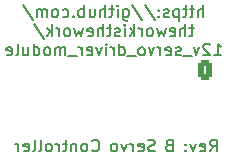
<source format=gbo>
G04 #@! TF.GenerationSoftware,KiCad,Pcbnew,(7.0.0)*
G04 #@! TF.CreationDate,2023-03-10T21:16:59+00:00*
G04 #@! TF.ProjectId,12v_servo_driver,3132765f-7365-4727-966f-5f6472697665,A*
G04 #@! TF.SameCoordinates,Original*
G04 #@! TF.FileFunction,Legend,Bot*
G04 #@! TF.FilePolarity,Positive*
%FSLAX46Y46*%
G04 Gerber Fmt 4.6, Leading zero omitted, Abs format (unit mm)*
G04 Created by KiCad (PCBNEW (7.0.0)) date 2023-03-10 21:16:59*
%MOMM*%
%LPD*%
G01*
G04 APERTURE LIST*
G04 Aperture macros list*
%AMRoundRect*
0 Rectangle with rounded corners*
0 $1 Rounding radius*
0 $2 $3 $4 $5 $6 $7 $8 $9 X,Y pos of 4 corners*
0 Add a 4 corners polygon primitive as box body*
4,1,4,$2,$3,$4,$5,$6,$7,$8,$9,$2,$3,0*
0 Add four circle primitives for the rounded corners*
1,1,$1+$1,$2,$3*
1,1,$1+$1,$4,$5*
1,1,$1+$1,$6,$7*
1,1,$1+$1,$8,$9*
0 Add four rect primitives between the rounded corners*
20,1,$1+$1,$2,$3,$4,$5,0*
20,1,$1+$1,$4,$5,$6,$7,0*
20,1,$1+$1,$6,$7,$8,$9,0*
20,1,$1+$1,$8,$9,$2,$3,0*%
G04 Aperture macros list end*
%ADD10C,0.150000*%
%ADD11R,1.700000X1.700000*%
%ADD12O,1.700000X1.700000*%
%ADD13RoundRect,0.250000X0.350000X0.625000X-0.350000X0.625000X-0.350000X-0.625000X0.350000X-0.625000X0*%
%ADD14O,1.200000X1.750000*%
%ADD15C,3.200000*%
G04 APERTURE END LIST*
D10*
X160400001Y-116867380D02*
X160733334Y-116391190D01*
X160971429Y-116867380D02*
X160971429Y-115867380D01*
X160971429Y-115867380D02*
X160590477Y-115867380D01*
X160590477Y-115867380D02*
X160495239Y-115915000D01*
X160495239Y-115915000D02*
X160447620Y-115962619D01*
X160447620Y-115962619D02*
X160400001Y-116057857D01*
X160400001Y-116057857D02*
X160400001Y-116200714D01*
X160400001Y-116200714D02*
X160447620Y-116295952D01*
X160447620Y-116295952D02*
X160495239Y-116343571D01*
X160495239Y-116343571D02*
X160590477Y-116391190D01*
X160590477Y-116391190D02*
X160971429Y-116391190D01*
X159590477Y-116819761D02*
X159685715Y-116867380D01*
X159685715Y-116867380D02*
X159876191Y-116867380D01*
X159876191Y-116867380D02*
X159971429Y-116819761D01*
X159971429Y-116819761D02*
X160019048Y-116724523D01*
X160019048Y-116724523D02*
X160019048Y-116343571D01*
X160019048Y-116343571D02*
X159971429Y-116248333D01*
X159971429Y-116248333D02*
X159876191Y-116200714D01*
X159876191Y-116200714D02*
X159685715Y-116200714D01*
X159685715Y-116200714D02*
X159590477Y-116248333D01*
X159590477Y-116248333D02*
X159542858Y-116343571D01*
X159542858Y-116343571D02*
X159542858Y-116438809D01*
X159542858Y-116438809D02*
X160019048Y-116534047D01*
X159209524Y-116200714D02*
X158971429Y-116867380D01*
X158971429Y-116867380D02*
X158733334Y-116200714D01*
X158352381Y-116772142D02*
X158304762Y-116819761D01*
X158304762Y-116819761D02*
X158352381Y-116867380D01*
X158352381Y-116867380D02*
X158400000Y-116819761D01*
X158400000Y-116819761D02*
X158352381Y-116772142D01*
X158352381Y-116772142D02*
X158352381Y-116867380D01*
X158352381Y-116248333D02*
X158304762Y-116295952D01*
X158304762Y-116295952D02*
X158352381Y-116343571D01*
X158352381Y-116343571D02*
X158400000Y-116295952D01*
X158400000Y-116295952D02*
X158352381Y-116248333D01*
X158352381Y-116248333D02*
X158352381Y-116343571D01*
X156942858Y-116343571D02*
X156800001Y-116391190D01*
X156800001Y-116391190D02*
X156752382Y-116438809D01*
X156752382Y-116438809D02*
X156704763Y-116534047D01*
X156704763Y-116534047D02*
X156704763Y-116676904D01*
X156704763Y-116676904D02*
X156752382Y-116772142D01*
X156752382Y-116772142D02*
X156800001Y-116819761D01*
X156800001Y-116819761D02*
X156895239Y-116867380D01*
X156895239Y-116867380D02*
X157276191Y-116867380D01*
X157276191Y-116867380D02*
X157276191Y-115867380D01*
X157276191Y-115867380D02*
X156942858Y-115867380D01*
X156942858Y-115867380D02*
X156847620Y-115915000D01*
X156847620Y-115915000D02*
X156800001Y-115962619D01*
X156800001Y-115962619D02*
X156752382Y-116057857D01*
X156752382Y-116057857D02*
X156752382Y-116153095D01*
X156752382Y-116153095D02*
X156800001Y-116248333D01*
X156800001Y-116248333D02*
X156847620Y-116295952D01*
X156847620Y-116295952D02*
X156942858Y-116343571D01*
X156942858Y-116343571D02*
X157276191Y-116343571D01*
X155723810Y-116819761D02*
X155580953Y-116867380D01*
X155580953Y-116867380D02*
X155342858Y-116867380D01*
X155342858Y-116867380D02*
X155247620Y-116819761D01*
X155247620Y-116819761D02*
X155200001Y-116772142D01*
X155200001Y-116772142D02*
X155152382Y-116676904D01*
X155152382Y-116676904D02*
X155152382Y-116581666D01*
X155152382Y-116581666D02*
X155200001Y-116486428D01*
X155200001Y-116486428D02*
X155247620Y-116438809D01*
X155247620Y-116438809D02*
X155342858Y-116391190D01*
X155342858Y-116391190D02*
X155533334Y-116343571D01*
X155533334Y-116343571D02*
X155628572Y-116295952D01*
X155628572Y-116295952D02*
X155676191Y-116248333D01*
X155676191Y-116248333D02*
X155723810Y-116153095D01*
X155723810Y-116153095D02*
X155723810Y-116057857D01*
X155723810Y-116057857D02*
X155676191Y-115962619D01*
X155676191Y-115962619D02*
X155628572Y-115915000D01*
X155628572Y-115915000D02*
X155533334Y-115867380D01*
X155533334Y-115867380D02*
X155295239Y-115867380D01*
X155295239Y-115867380D02*
X155152382Y-115915000D01*
X154342858Y-116819761D02*
X154438096Y-116867380D01*
X154438096Y-116867380D02*
X154628572Y-116867380D01*
X154628572Y-116867380D02*
X154723810Y-116819761D01*
X154723810Y-116819761D02*
X154771429Y-116724523D01*
X154771429Y-116724523D02*
X154771429Y-116343571D01*
X154771429Y-116343571D02*
X154723810Y-116248333D01*
X154723810Y-116248333D02*
X154628572Y-116200714D01*
X154628572Y-116200714D02*
X154438096Y-116200714D01*
X154438096Y-116200714D02*
X154342858Y-116248333D01*
X154342858Y-116248333D02*
X154295239Y-116343571D01*
X154295239Y-116343571D02*
X154295239Y-116438809D01*
X154295239Y-116438809D02*
X154771429Y-116534047D01*
X153866667Y-116867380D02*
X153866667Y-116200714D01*
X153866667Y-116391190D02*
X153819048Y-116295952D01*
X153819048Y-116295952D02*
X153771429Y-116248333D01*
X153771429Y-116248333D02*
X153676191Y-116200714D01*
X153676191Y-116200714D02*
X153580953Y-116200714D01*
X153342857Y-116200714D02*
X153104762Y-116867380D01*
X153104762Y-116867380D02*
X152866667Y-116200714D01*
X152342857Y-116867380D02*
X152438095Y-116819761D01*
X152438095Y-116819761D02*
X152485714Y-116772142D01*
X152485714Y-116772142D02*
X152533333Y-116676904D01*
X152533333Y-116676904D02*
X152533333Y-116391190D01*
X152533333Y-116391190D02*
X152485714Y-116295952D01*
X152485714Y-116295952D02*
X152438095Y-116248333D01*
X152438095Y-116248333D02*
X152342857Y-116200714D01*
X152342857Y-116200714D02*
X152200000Y-116200714D01*
X152200000Y-116200714D02*
X152104762Y-116248333D01*
X152104762Y-116248333D02*
X152057143Y-116295952D01*
X152057143Y-116295952D02*
X152009524Y-116391190D01*
X152009524Y-116391190D02*
X152009524Y-116676904D01*
X152009524Y-116676904D02*
X152057143Y-116772142D01*
X152057143Y-116772142D02*
X152104762Y-116819761D01*
X152104762Y-116819761D02*
X152200000Y-116867380D01*
X152200000Y-116867380D02*
X152342857Y-116867380D01*
X150409524Y-116772142D02*
X150457143Y-116819761D01*
X150457143Y-116819761D02*
X150600000Y-116867380D01*
X150600000Y-116867380D02*
X150695238Y-116867380D01*
X150695238Y-116867380D02*
X150838095Y-116819761D01*
X150838095Y-116819761D02*
X150933333Y-116724523D01*
X150933333Y-116724523D02*
X150980952Y-116629285D01*
X150980952Y-116629285D02*
X151028571Y-116438809D01*
X151028571Y-116438809D02*
X151028571Y-116295952D01*
X151028571Y-116295952D02*
X150980952Y-116105476D01*
X150980952Y-116105476D02*
X150933333Y-116010238D01*
X150933333Y-116010238D02*
X150838095Y-115915000D01*
X150838095Y-115915000D02*
X150695238Y-115867380D01*
X150695238Y-115867380D02*
X150600000Y-115867380D01*
X150600000Y-115867380D02*
X150457143Y-115915000D01*
X150457143Y-115915000D02*
X150409524Y-115962619D01*
X149838095Y-116867380D02*
X149933333Y-116819761D01*
X149933333Y-116819761D02*
X149980952Y-116772142D01*
X149980952Y-116772142D02*
X150028571Y-116676904D01*
X150028571Y-116676904D02*
X150028571Y-116391190D01*
X150028571Y-116391190D02*
X149980952Y-116295952D01*
X149980952Y-116295952D02*
X149933333Y-116248333D01*
X149933333Y-116248333D02*
X149838095Y-116200714D01*
X149838095Y-116200714D02*
X149695238Y-116200714D01*
X149695238Y-116200714D02*
X149600000Y-116248333D01*
X149600000Y-116248333D02*
X149552381Y-116295952D01*
X149552381Y-116295952D02*
X149504762Y-116391190D01*
X149504762Y-116391190D02*
X149504762Y-116676904D01*
X149504762Y-116676904D02*
X149552381Y-116772142D01*
X149552381Y-116772142D02*
X149600000Y-116819761D01*
X149600000Y-116819761D02*
X149695238Y-116867380D01*
X149695238Y-116867380D02*
X149838095Y-116867380D01*
X149076190Y-116200714D02*
X149076190Y-116867380D01*
X149076190Y-116295952D02*
X149028571Y-116248333D01*
X149028571Y-116248333D02*
X148933333Y-116200714D01*
X148933333Y-116200714D02*
X148790476Y-116200714D01*
X148790476Y-116200714D02*
X148695238Y-116248333D01*
X148695238Y-116248333D02*
X148647619Y-116343571D01*
X148647619Y-116343571D02*
X148647619Y-116867380D01*
X148314285Y-116200714D02*
X147933333Y-116200714D01*
X148171428Y-115867380D02*
X148171428Y-116724523D01*
X148171428Y-116724523D02*
X148123809Y-116819761D01*
X148123809Y-116819761D02*
X148028571Y-116867380D01*
X148028571Y-116867380D02*
X147933333Y-116867380D01*
X147599999Y-116867380D02*
X147599999Y-116200714D01*
X147599999Y-116391190D02*
X147552380Y-116295952D01*
X147552380Y-116295952D02*
X147504761Y-116248333D01*
X147504761Y-116248333D02*
X147409523Y-116200714D01*
X147409523Y-116200714D02*
X147314285Y-116200714D01*
X146838094Y-116867380D02*
X146933332Y-116819761D01*
X146933332Y-116819761D02*
X146980951Y-116772142D01*
X146980951Y-116772142D02*
X147028570Y-116676904D01*
X147028570Y-116676904D02*
X147028570Y-116391190D01*
X147028570Y-116391190D02*
X146980951Y-116295952D01*
X146980951Y-116295952D02*
X146933332Y-116248333D01*
X146933332Y-116248333D02*
X146838094Y-116200714D01*
X146838094Y-116200714D02*
X146695237Y-116200714D01*
X146695237Y-116200714D02*
X146599999Y-116248333D01*
X146599999Y-116248333D02*
X146552380Y-116295952D01*
X146552380Y-116295952D02*
X146504761Y-116391190D01*
X146504761Y-116391190D02*
X146504761Y-116676904D01*
X146504761Y-116676904D02*
X146552380Y-116772142D01*
X146552380Y-116772142D02*
X146599999Y-116819761D01*
X146599999Y-116819761D02*
X146695237Y-116867380D01*
X146695237Y-116867380D02*
X146838094Y-116867380D01*
X145933332Y-116867380D02*
X146028570Y-116819761D01*
X146028570Y-116819761D02*
X146076189Y-116724523D01*
X146076189Y-116724523D02*
X146076189Y-115867380D01*
X145409522Y-116867380D02*
X145504760Y-116819761D01*
X145504760Y-116819761D02*
X145552379Y-116724523D01*
X145552379Y-116724523D02*
X145552379Y-115867380D01*
X144647617Y-116819761D02*
X144742855Y-116867380D01*
X144742855Y-116867380D02*
X144933331Y-116867380D01*
X144933331Y-116867380D02*
X145028569Y-116819761D01*
X145028569Y-116819761D02*
X145076188Y-116724523D01*
X145076188Y-116724523D02*
X145076188Y-116343571D01*
X145076188Y-116343571D02*
X145028569Y-116248333D01*
X145028569Y-116248333D02*
X144933331Y-116200714D01*
X144933331Y-116200714D02*
X144742855Y-116200714D01*
X144742855Y-116200714D02*
X144647617Y-116248333D01*
X144647617Y-116248333D02*
X144599998Y-116343571D01*
X144599998Y-116343571D02*
X144599998Y-116438809D01*
X144599998Y-116438809D02*
X145076188Y-116534047D01*
X144171426Y-116867380D02*
X144171426Y-116200714D01*
X144171426Y-116391190D02*
X144123807Y-116295952D01*
X144123807Y-116295952D02*
X144076188Y-116248333D01*
X144076188Y-116248333D02*
X143980950Y-116200714D01*
X143980950Y-116200714D02*
X143885712Y-116200714D01*
X159821428Y-105497380D02*
X159821428Y-104497380D01*
X159392857Y-105497380D02*
X159392857Y-104973571D01*
X159392857Y-104973571D02*
X159440476Y-104878333D01*
X159440476Y-104878333D02*
X159535714Y-104830714D01*
X159535714Y-104830714D02*
X159678571Y-104830714D01*
X159678571Y-104830714D02*
X159773809Y-104878333D01*
X159773809Y-104878333D02*
X159821428Y-104925952D01*
X159059523Y-104830714D02*
X158678571Y-104830714D01*
X158916666Y-104497380D02*
X158916666Y-105354523D01*
X158916666Y-105354523D02*
X158869047Y-105449761D01*
X158869047Y-105449761D02*
X158773809Y-105497380D01*
X158773809Y-105497380D02*
X158678571Y-105497380D01*
X158488094Y-104830714D02*
X158107142Y-104830714D01*
X158345237Y-104497380D02*
X158345237Y-105354523D01*
X158345237Y-105354523D02*
X158297618Y-105449761D01*
X158297618Y-105449761D02*
X158202380Y-105497380D01*
X158202380Y-105497380D02*
X158107142Y-105497380D01*
X157773808Y-104830714D02*
X157773808Y-105830714D01*
X157773808Y-104878333D02*
X157678570Y-104830714D01*
X157678570Y-104830714D02*
X157488094Y-104830714D01*
X157488094Y-104830714D02*
X157392856Y-104878333D01*
X157392856Y-104878333D02*
X157345237Y-104925952D01*
X157345237Y-104925952D02*
X157297618Y-105021190D01*
X157297618Y-105021190D02*
X157297618Y-105306904D01*
X157297618Y-105306904D02*
X157345237Y-105402142D01*
X157345237Y-105402142D02*
X157392856Y-105449761D01*
X157392856Y-105449761D02*
X157488094Y-105497380D01*
X157488094Y-105497380D02*
X157678570Y-105497380D01*
X157678570Y-105497380D02*
X157773808Y-105449761D01*
X156916665Y-105449761D02*
X156821427Y-105497380D01*
X156821427Y-105497380D02*
X156630951Y-105497380D01*
X156630951Y-105497380D02*
X156535713Y-105449761D01*
X156535713Y-105449761D02*
X156488094Y-105354523D01*
X156488094Y-105354523D02*
X156488094Y-105306904D01*
X156488094Y-105306904D02*
X156535713Y-105211666D01*
X156535713Y-105211666D02*
X156630951Y-105164047D01*
X156630951Y-105164047D02*
X156773808Y-105164047D01*
X156773808Y-105164047D02*
X156869046Y-105116428D01*
X156869046Y-105116428D02*
X156916665Y-105021190D01*
X156916665Y-105021190D02*
X156916665Y-104973571D01*
X156916665Y-104973571D02*
X156869046Y-104878333D01*
X156869046Y-104878333D02*
X156773808Y-104830714D01*
X156773808Y-104830714D02*
X156630951Y-104830714D01*
X156630951Y-104830714D02*
X156535713Y-104878333D01*
X156059522Y-105402142D02*
X156011903Y-105449761D01*
X156011903Y-105449761D02*
X156059522Y-105497380D01*
X156059522Y-105497380D02*
X156107141Y-105449761D01*
X156107141Y-105449761D02*
X156059522Y-105402142D01*
X156059522Y-105402142D02*
X156059522Y-105497380D01*
X156059522Y-104878333D02*
X156011903Y-104925952D01*
X156011903Y-104925952D02*
X156059522Y-104973571D01*
X156059522Y-104973571D02*
X156107141Y-104925952D01*
X156107141Y-104925952D02*
X156059522Y-104878333D01*
X156059522Y-104878333D02*
X156059522Y-104973571D01*
X154869047Y-104449761D02*
X155726189Y-105735476D01*
X153821428Y-104449761D02*
X154678570Y-105735476D01*
X153059523Y-104830714D02*
X153059523Y-105640238D01*
X153059523Y-105640238D02*
X153107142Y-105735476D01*
X153107142Y-105735476D02*
X153154761Y-105783095D01*
X153154761Y-105783095D02*
X153249999Y-105830714D01*
X153249999Y-105830714D02*
X153392856Y-105830714D01*
X153392856Y-105830714D02*
X153488094Y-105783095D01*
X153059523Y-105449761D02*
X153154761Y-105497380D01*
X153154761Y-105497380D02*
X153345237Y-105497380D01*
X153345237Y-105497380D02*
X153440475Y-105449761D01*
X153440475Y-105449761D02*
X153488094Y-105402142D01*
X153488094Y-105402142D02*
X153535713Y-105306904D01*
X153535713Y-105306904D02*
X153535713Y-105021190D01*
X153535713Y-105021190D02*
X153488094Y-104925952D01*
X153488094Y-104925952D02*
X153440475Y-104878333D01*
X153440475Y-104878333D02*
X153345237Y-104830714D01*
X153345237Y-104830714D02*
X153154761Y-104830714D01*
X153154761Y-104830714D02*
X153059523Y-104878333D01*
X152583332Y-105497380D02*
X152583332Y-104830714D01*
X152583332Y-104497380D02*
X152630951Y-104545000D01*
X152630951Y-104545000D02*
X152583332Y-104592619D01*
X152583332Y-104592619D02*
X152535713Y-104545000D01*
X152535713Y-104545000D02*
X152583332Y-104497380D01*
X152583332Y-104497380D02*
X152583332Y-104592619D01*
X152249999Y-104830714D02*
X151869047Y-104830714D01*
X152107142Y-104497380D02*
X152107142Y-105354523D01*
X152107142Y-105354523D02*
X152059523Y-105449761D01*
X152059523Y-105449761D02*
X151964285Y-105497380D01*
X151964285Y-105497380D02*
X151869047Y-105497380D01*
X151535713Y-105497380D02*
X151535713Y-104497380D01*
X151107142Y-105497380D02*
X151107142Y-104973571D01*
X151107142Y-104973571D02*
X151154761Y-104878333D01*
X151154761Y-104878333D02*
X151249999Y-104830714D01*
X151249999Y-104830714D02*
X151392856Y-104830714D01*
X151392856Y-104830714D02*
X151488094Y-104878333D01*
X151488094Y-104878333D02*
X151535713Y-104925952D01*
X150202380Y-104830714D02*
X150202380Y-105497380D01*
X150630951Y-104830714D02*
X150630951Y-105354523D01*
X150630951Y-105354523D02*
X150583332Y-105449761D01*
X150583332Y-105449761D02*
X150488094Y-105497380D01*
X150488094Y-105497380D02*
X150345237Y-105497380D01*
X150345237Y-105497380D02*
X150249999Y-105449761D01*
X150249999Y-105449761D02*
X150202380Y-105402142D01*
X149726189Y-105497380D02*
X149726189Y-104497380D01*
X149726189Y-104878333D02*
X149630951Y-104830714D01*
X149630951Y-104830714D02*
X149440475Y-104830714D01*
X149440475Y-104830714D02*
X149345237Y-104878333D01*
X149345237Y-104878333D02*
X149297618Y-104925952D01*
X149297618Y-104925952D02*
X149249999Y-105021190D01*
X149249999Y-105021190D02*
X149249999Y-105306904D01*
X149249999Y-105306904D02*
X149297618Y-105402142D01*
X149297618Y-105402142D02*
X149345237Y-105449761D01*
X149345237Y-105449761D02*
X149440475Y-105497380D01*
X149440475Y-105497380D02*
X149630951Y-105497380D01*
X149630951Y-105497380D02*
X149726189Y-105449761D01*
X148821427Y-105402142D02*
X148773808Y-105449761D01*
X148773808Y-105449761D02*
X148821427Y-105497380D01*
X148821427Y-105497380D02*
X148869046Y-105449761D01*
X148869046Y-105449761D02*
X148821427Y-105402142D01*
X148821427Y-105402142D02*
X148821427Y-105497380D01*
X147916666Y-105449761D02*
X148011904Y-105497380D01*
X148011904Y-105497380D02*
X148202380Y-105497380D01*
X148202380Y-105497380D02*
X148297618Y-105449761D01*
X148297618Y-105449761D02*
X148345237Y-105402142D01*
X148345237Y-105402142D02*
X148392856Y-105306904D01*
X148392856Y-105306904D02*
X148392856Y-105021190D01*
X148392856Y-105021190D02*
X148345237Y-104925952D01*
X148345237Y-104925952D02*
X148297618Y-104878333D01*
X148297618Y-104878333D02*
X148202380Y-104830714D01*
X148202380Y-104830714D02*
X148011904Y-104830714D01*
X148011904Y-104830714D02*
X147916666Y-104878333D01*
X147345237Y-105497380D02*
X147440475Y-105449761D01*
X147440475Y-105449761D02*
X147488094Y-105402142D01*
X147488094Y-105402142D02*
X147535713Y-105306904D01*
X147535713Y-105306904D02*
X147535713Y-105021190D01*
X147535713Y-105021190D02*
X147488094Y-104925952D01*
X147488094Y-104925952D02*
X147440475Y-104878333D01*
X147440475Y-104878333D02*
X147345237Y-104830714D01*
X147345237Y-104830714D02*
X147202380Y-104830714D01*
X147202380Y-104830714D02*
X147107142Y-104878333D01*
X147107142Y-104878333D02*
X147059523Y-104925952D01*
X147059523Y-104925952D02*
X147011904Y-105021190D01*
X147011904Y-105021190D02*
X147011904Y-105306904D01*
X147011904Y-105306904D02*
X147059523Y-105402142D01*
X147059523Y-105402142D02*
X147107142Y-105449761D01*
X147107142Y-105449761D02*
X147202380Y-105497380D01*
X147202380Y-105497380D02*
X147345237Y-105497380D01*
X146583332Y-105497380D02*
X146583332Y-104830714D01*
X146583332Y-104925952D02*
X146535713Y-104878333D01*
X146535713Y-104878333D02*
X146440475Y-104830714D01*
X146440475Y-104830714D02*
X146297618Y-104830714D01*
X146297618Y-104830714D02*
X146202380Y-104878333D01*
X146202380Y-104878333D02*
X146154761Y-104973571D01*
X146154761Y-104973571D02*
X146154761Y-105497380D01*
X146154761Y-104973571D02*
X146107142Y-104878333D01*
X146107142Y-104878333D02*
X146011904Y-104830714D01*
X146011904Y-104830714D02*
X145869047Y-104830714D01*
X145869047Y-104830714D02*
X145773808Y-104878333D01*
X145773808Y-104878333D02*
X145726189Y-104973571D01*
X145726189Y-104973571D02*
X145726189Y-105497380D01*
X144535714Y-104449761D02*
X145392856Y-105735476D01*
X159035714Y-106450714D02*
X158654762Y-106450714D01*
X158892857Y-106117380D02*
X158892857Y-106974523D01*
X158892857Y-106974523D02*
X158845238Y-107069761D01*
X158845238Y-107069761D02*
X158750000Y-107117380D01*
X158750000Y-107117380D02*
X158654762Y-107117380D01*
X158321428Y-107117380D02*
X158321428Y-106117380D01*
X157892857Y-107117380D02*
X157892857Y-106593571D01*
X157892857Y-106593571D02*
X157940476Y-106498333D01*
X157940476Y-106498333D02*
X158035714Y-106450714D01*
X158035714Y-106450714D02*
X158178571Y-106450714D01*
X158178571Y-106450714D02*
X158273809Y-106498333D01*
X158273809Y-106498333D02*
X158321428Y-106545952D01*
X157035714Y-107069761D02*
X157130952Y-107117380D01*
X157130952Y-107117380D02*
X157321428Y-107117380D01*
X157321428Y-107117380D02*
X157416666Y-107069761D01*
X157416666Y-107069761D02*
X157464285Y-106974523D01*
X157464285Y-106974523D02*
X157464285Y-106593571D01*
X157464285Y-106593571D02*
X157416666Y-106498333D01*
X157416666Y-106498333D02*
X157321428Y-106450714D01*
X157321428Y-106450714D02*
X157130952Y-106450714D01*
X157130952Y-106450714D02*
X157035714Y-106498333D01*
X157035714Y-106498333D02*
X156988095Y-106593571D01*
X156988095Y-106593571D02*
X156988095Y-106688809D01*
X156988095Y-106688809D02*
X157464285Y-106784047D01*
X156654761Y-106450714D02*
X156464285Y-107117380D01*
X156464285Y-107117380D02*
X156273809Y-106641190D01*
X156273809Y-106641190D02*
X156083333Y-107117380D01*
X156083333Y-107117380D02*
X155892857Y-106450714D01*
X155369047Y-107117380D02*
X155464285Y-107069761D01*
X155464285Y-107069761D02*
X155511904Y-107022142D01*
X155511904Y-107022142D02*
X155559523Y-106926904D01*
X155559523Y-106926904D02*
X155559523Y-106641190D01*
X155559523Y-106641190D02*
X155511904Y-106545952D01*
X155511904Y-106545952D02*
X155464285Y-106498333D01*
X155464285Y-106498333D02*
X155369047Y-106450714D01*
X155369047Y-106450714D02*
X155226190Y-106450714D01*
X155226190Y-106450714D02*
X155130952Y-106498333D01*
X155130952Y-106498333D02*
X155083333Y-106545952D01*
X155083333Y-106545952D02*
X155035714Y-106641190D01*
X155035714Y-106641190D02*
X155035714Y-106926904D01*
X155035714Y-106926904D02*
X155083333Y-107022142D01*
X155083333Y-107022142D02*
X155130952Y-107069761D01*
X155130952Y-107069761D02*
X155226190Y-107117380D01*
X155226190Y-107117380D02*
X155369047Y-107117380D01*
X154607142Y-107117380D02*
X154607142Y-106450714D01*
X154607142Y-106641190D02*
X154559523Y-106545952D01*
X154559523Y-106545952D02*
X154511904Y-106498333D01*
X154511904Y-106498333D02*
X154416666Y-106450714D01*
X154416666Y-106450714D02*
X154321428Y-106450714D01*
X153988094Y-107117380D02*
X153988094Y-106117380D01*
X153892856Y-106736428D02*
X153607142Y-107117380D01*
X153607142Y-106450714D02*
X153988094Y-106831666D01*
X153178570Y-107117380D02*
X153178570Y-106450714D01*
X153178570Y-106117380D02*
X153226189Y-106165000D01*
X153226189Y-106165000D02*
X153178570Y-106212619D01*
X153178570Y-106212619D02*
X153130951Y-106165000D01*
X153130951Y-106165000D02*
X153178570Y-106117380D01*
X153178570Y-106117380D02*
X153178570Y-106212619D01*
X152749999Y-107069761D02*
X152654761Y-107117380D01*
X152654761Y-107117380D02*
X152464285Y-107117380D01*
X152464285Y-107117380D02*
X152369047Y-107069761D01*
X152369047Y-107069761D02*
X152321428Y-106974523D01*
X152321428Y-106974523D02*
X152321428Y-106926904D01*
X152321428Y-106926904D02*
X152369047Y-106831666D01*
X152369047Y-106831666D02*
X152464285Y-106784047D01*
X152464285Y-106784047D02*
X152607142Y-106784047D01*
X152607142Y-106784047D02*
X152702380Y-106736428D01*
X152702380Y-106736428D02*
X152749999Y-106641190D01*
X152749999Y-106641190D02*
X152749999Y-106593571D01*
X152749999Y-106593571D02*
X152702380Y-106498333D01*
X152702380Y-106498333D02*
X152607142Y-106450714D01*
X152607142Y-106450714D02*
X152464285Y-106450714D01*
X152464285Y-106450714D02*
X152369047Y-106498333D01*
X152035713Y-106450714D02*
X151654761Y-106450714D01*
X151892856Y-106117380D02*
X151892856Y-106974523D01*
X151892856Y-106974523D02*
X151845237Y-107069761D01*
X151845237Y-107069761D02*
X151749999Y-107117380D01*
X151749999Y-107117380D02*
X151654761Y-107117380D01*
X151321427Y-107117380D02*
X151321427Y-106117380D01*
X150892856Y-107117380D02*
X150892856Y-106593571D01*
X150892856Y-106593571D02*
X150940475Y-106498333D01*
X150940475Y-106498333D02*
X151035713Y-106450714D01*
X151035713Y-106450714D02*
X151178570Y-106450714D01*
X151178570Y-106450714D02*
X151273808Y-106498333D01*
X151273808Y-106498333D02*
X151321427Y-106545952D01*
X150035713Y-107069761D02*
X150130951Y-107117380D01*
X150130951Y-107117380D02*
X150321427Y-107117380D01*
X150321427Y-107117380D02*
X150416665Y-107069761D01*
X150416665Y-107069761D02*
X150464284Y-106974523D01*
X150464284Y-106974523D02*
X150464284Y-106593571D01*
X150464284Y-106593571D02*
X150416665Y-106498333D01*
X150416665Y-106498333D02*
X150321427Y-106450714D01*
X150321427Y-106450714D02*
X150130951Y-106450714D01*
X150130951Y-106450714D02*
X150035713Y-106498333D01*
X150035713Y-106498333D02*
X149988094Y-106593571D01*
X149988094Y-106593571D02*
X149988094Y-106688809D01*
X149988094Y-106688809D02*
X150464284Y-106784047D01*
X149654760Y-106450714D02*
X149464284Y-107117380D01*
X149464284Y-107117380D02*
X149273808Y-106641190D01*
X149273808Y-106641190D02*
X149083332Y-107117380D01*
X149083332Y-107117380D02*
X148892856Y-106450714D01*
X148369046Y-107117380D02*
X148464284Y-107069761D01*
X148464284Y-107069761D02*
X148511903Y-107022142D01*
X148511903Y-107022142D02*
X148559522Y-106926904D01*
X148559522Y-106926904D02*
X148559522Y-106641190D01*
X148559522Y-106641190D02*
X148511903Y-106545952D01*
X148511903Y-106545952D02*
X148464284Y-106498333D01*
X148464284Y-106498333D02*
X148369046Y-106450714D01*
X148369046Y-106450714D02*
X148226189Y-106450714D01*
X148226189Y-106450714D02*
X148130951Y-106498333D01*
X148130951Y-106498333D02*
X148083332Y-106545952D01*
X148083332Y-106545952D02*
X148035713Y-106641190D01*
X148035713Y-106641190D02*
X148035713Y-106926904D01*
X148035713Y-106926904D02*
X148083332Y-107022142D01*
X148083332Y-107022142D02*
X148130951Y-107069761D01*
X148130951Y-107069761D02*
X148226189Y-107117380D01*
X148226189Y-107117380D02*
X148369046Y-107117380D01*
X147607141Y-107117380D02*
X147607141Y-106450714D01*
X147607141Y-106641190D02*
X147559522Y-106545952D01*
X147559522Y-106545952D02*
X147511903Y-106498333D01*
X147511903Y-106498333D02*
X147416665Y-106450714D01*
X147416665Y-106450714D02*
X147321427Y-106450714D01*
X146988093Y-107117380D02*
X146988093Y-106117380D01*
X146892855Y-106736428D02*
X146607141Y-107117380D01*
X146607141Y-106450714D02*
X146988093Y-106831666D01*
X145464284Y-106069761D02*
X146321426Y-107355476D01*
X160773811Y-108737380D02*
X161345239Y-108737380D01*
X161059525Y-108737380D02*
X161059525Y-107737380D01*
X161059525Y-107737380D02*
X161154763Y-107880238D01*
X161154763Y-107880238D02*
X161250001Y-107975476D01*
X161250001Y-107975476D02*
X161345239Y-108023095D01*
X160392858Y-107832619D02*
X160345239Y-107785000D01*
X160345239Y-107785000D02*
X160250001Y-107737380D01*
X160250001Y-107737380D02*
X160011906Y-107737380D01*
X160011906Y-107737380D02*
X159916668Y-107785000D01*
X159916668Y-107785000D02*
X159869049Y-107832619D01*
X159869049Y-107832619D02*
X159821430Y-107927857D01*
X159821430Y-107927857D02*
X159821430Y-108023095D01*
X159821430Y-108023095D02*
X159869049Y-108165952D01*
X159869049Y-108165952D02*
X160440477Y-108737380D01*
X160440477Y-108737380D02*
X159821430Y-108737380D01*
X159488096Y-108070714D02*
X159250001Y-108737380D01*
X159250001Y-108737380D02*
X159011906Y-108070714D01*
X158869049Y-108832619D02*
X158107144Y-108832619D01*
X157916667Y-108689761D02*
X157821429Y-108737380D01*
X157821429Y-108737380D02*
X157630953Y-108737380D01*
X157630953Y-108737380D02*
X157535715Y-108689761D01*
X157535715Y-108689761D02*
X157488096Y-108594523D01*
X157488096Y-108594523D02*
X157488096Y-108546904D01*
X157488096Y-108546904D02*
X157535715Y-108451666D01*
X157535715Y-108451666D02*
X157630953Y-108404047D01*
X157630953Y-108404047D02*
X157773810Y-108404047D01*
X157773810Y-108404047D02*
X157869048Y-108356428D01*
X157869048Y-108356428D02*
X157916667Y-108261190D01*
X157916667Y-108261190D02*
X157916667Y-108213571D01*
X157916667Y-108213571D02*
X157869048Y-108118333D01*
X157869048Y-108118333D02*
X157773810Y-108070714D01*
X157773810Y-108070714D02*
X157630953Y-108070714D01*
X157630953Y-108070714D02*
X157535715Y-108118333D01*
X156678572Y-108689761D02*
X156773810Y-108737380D01*
X156773810Y-108737380D02*
X156964286Y-108737380D01*
X156964286Y-108737380D02*
X157059524Y-108689761D01*
X157059524Y-108689761D02*
X157107143Y-108594523D01*
X157107143Y-108594523D02*
X157107143Y-108213571D01*
X157107143Y-108213571D02*
X157059524Y-108118333D01*
X157059524Y-108118333D02*
X156964286Y-108070714D01*
X156964286Y-108070714D02*
X156773810Y-108070714D01*
X156773810Y-108070714D02*
X156678572Y-108118333D01*
X156678572Y-108118333D02*
X156630953Y-108213571D01*
X156630953Y-108213571D02*
X156630953Y-108308809D01*
X156630953Y-108308809D02*
X157107143Y-108404047D01*
X156202381Y-108737380D02*
X156202381Y-108070714D01*
X156202381Y-108261190D02*
X156154762Y-108165952D01*
X156154762Y-108165952D02*
X156107143Y-108118333D01*
X156107143Y-108118333D02*
X156011905Y-108070714D01*
X156011905Y-108070714D02*
X155916667Y-108070714D01*
X155678571Y-108070714D02*
X155440476Y-108737380D01*
X155440476Y-108737380D02*
X155202381Y-108070714D01*
X154678571Y-108737380D02*
X154773809Y-108689761D01*
X154773809Y-108689761D02*
X154821428Y-108642142D01*
X154821428Y-108642142D02*
X154869047Y-108546904D01*
X154869047Y-108546904D02*
X154869047Y-108261190D01*
X154869047Y-108261190D02*
X154821428Y-108165952D01*
X154821428Y-108165952D02*
X154773809Y-108118333D01*
X154773809Y-108118333D02*
X154678571Y-108070714D01*
X154678571Y-108070714D02*
X154535714Y-108070714D01*
X154535714Y-108070714D02*
X154440476Y-108118333D01*
X154440476Y-108118333D02*
X154392857Y-108165952D01*
X154392857Y-108165952D02*
X154345238Y-108261190D01*
X154345238Y-108261190D02*
X154345238Y-108546904D01*
X154345238Y-108546904D02*
X154392857Y-108642142D01*
X154392857Y-108642142D02*
X154440476Y-108689761D01*
X154440476Y-108689761D02*
X154535714Y-108737380D01*
X154535714Y-108737380D02*
X154678571Y-108737380D01*
X154154762Y-108832619D02*
X153392857Y-108832619D01*
X152726190Y-108737380D02*
X152726190Y-107737380D01*
X152726190Y-108689761D02*
X152821428Y-108737380D01*
X152821428Y-108737380D02*
X153011904Y-108737380D01*
X153011904Y-108737380D02*
X153107142Y-108689761D01*
X153107142Y-108689761D02*
X153154761Y-108642142D01*
X153154761Y-108642142D02*
X153202380Y-108546904D01*
X153202380Y-108546904D02*
X153202380Y-108261190D01*
X153202380Y-108261190D02*
X153154761Y-108165952D01*
X153154761Y-108165952D02*
X153107142Y-108118333D01*
X153107142Y-108118333D02*
X153011904Y-108070714D01*
X153011904Y-108070714D02*
X152821428Y-108070714D01*
X152821428Y-108070714D02*
X152726190Y-108118333D01*
X152249999Y-108737380D02*
X152249999Y-108070714D01*
X152249999Y-108261190D02*
X152202380Y-108165952D01*
X152202380Y-108165952D02*
X152154761Y-108118333D01*
X152154761Y-108118333D02*
X152059523Y-108070714D01*
X152059523Y-108070714D02*
X151964285Y-108070714D01*
X151630951Y-108737380D02*
X151630951Y-108070714D01*
X151630951Y-107737380D02*
X151678570Y-107785000D01*
X151678570Y-107785000D02*
X151630951Y-107832619D01*
X151630951Y-107832619D02*
X151583332Y-107785000D01*
X151583332Y-107785000D02*
X151630951Y-107737380D01*
X151630951Y-107737380D02*
X151630951Y-107832619D01*
X151249999Y-108070714D02*
X151011904Y-108737380D01*
X151011904Y-108737380D02*
X150773809Y-108070714D01*
X150011904Y-108689761D02*
X150107142Y-108737380D01*
X150107142Y-108737380D02*
X150297618Y-108737380D01*
X150297618Y-108737380D02*
X150392856Y-108689761D01*
X150392856Y-108689761D02*
X150440475Y-108594523D01*
X150440475Y-108594523D02*
X150440475Y-108213571D01*
X150440475Y-108213571D02*
X150392856Y-108118333D01*
X150392856Y-108118333D02*
X150297618Y-108070714D01*
X150297618Y-108070714D02*
X150107142Y-108070714D01*
X150107142Y-108070714D02*
X150011904Y-108118333D01*
X150011904Y-108118333D02*
X149964285Y-108213571D01*
X149964285Y-108213571D02*
X149964285Y-108308809D01*
X149964285Y-108308809D02*
X150440475Y-108404047D01*
X149535713Y-108737380D02*
X149535713Y-108070714D01*
X149535713Y-108261190D02*
X149488094Y-108165952D01*
X149488094Y-108165952D02*
X149440475Y-108118333D01*
X149440475Y-108118333D02*
X149345237Y-108070714D01*
X149345237Y-108070714D02*
X149249999Y-108070714D01*
X149154761Y-108832619D02*
X148392856Y-108832619D01*
X148154760Y-108737380D02*
X148154760Y-108070714D01*
X148154760Y-108165952D02*
X148107141Y-108118333D01*
X148107141Y-108118333D02*
X148011903Y-108070714D01*
X148011903Y-108070714D02*
X147869046Y-108070714D01*
X147869046Y-108070714D02*
X147773808Y-108118333D01*
X147773808Y-108118333D02*
X147726189Y-108213571D01*
X147726189Y-108213571D02*
X147726189Y-108737380D01*
X147726189Y-108213571D02*
X147678570Y-108118333D01*
X147678570Y-108118333D02*
X147583332Y-108070714D01*
X147583332Y-108070714D02*
X147440475Y-108070714D01*
X147440475Y-108070714D02*
X147345236Y-108118333D01*
X147345236Y-108118333D02*
X147297617Y-108213571D01*
X147297617Y-108213571D02*
X147297617Y-108737380D01*
X146678570Y-108737380D02*
X146773808Y-108689761D01*
X146773808Y-108689761D02*
X146821427Y-108642142D01*
X146821427Y-108642142D02*
X146869046Y-108546904D01*
X146869046Y-108546904D02*
X146869046Y-108261190D01*
X146869046Y-108261190D02*
X146821427Y-108165952D01*
X146821427Y-108165952D02*
X146773808Y-108118333D01*
X146773808Y-108118333D02*
X146678570Y-108070714D01*
X146678570Y-108070714D02*
X146535713Y-108070714D01*
X146535713Y-108070714D02*
X146440475Y-108118333D01*
X146440475Y-108118333D02*
X146392856Y-108165952D01*
X146392856Y-108165952D02*
X146345237Y-108261190D01*
X146345237Y-108261190D02*
X146345237Y-108546904D01*
X146345237Y-108546904D02*
X146392856Y-108642142D01*
X146392856Y-108642142D02*
X146440475Y-108689761D01*
X146440475Y-108689761D02*
X146535713Y-108737380D01*
X146535713Y-108737380D02*
X146678570Y-108737380D01*
X145488094Y-108737380D02*
X145488094Y-107737380D01*
X145488094Y-108689761D02*
X145583332Y-108737380D01*
X145583332Y-108737380D02*
X145773808Y-108737380D01*
X145773808Y-108737380D02*
X145869046Y-108689761D01*
X145869046Y-108689761D02*
X145916665Y-108642142D01*
X145916665Y-108642142D02*
X145964284Y-108546904D01*
X145964284Y-108546904D02*
X145964284Y-108261190D01*
X145964284Y-108261190D02*
X145916665Y-108165952D01*
X145916665Y-108165952D02*
X145869046Y-108118333D01*
X145869046Y-108118333D02*
X145773808Y-108070714D01*
X145773808Y-108070714D02*
X145583332Y-108070714D01*
X145583332Y-108070714D02*
X145488094Y-108118333D01*
X144583332Y-108070714D02*
X144583332Y-108737380D01*
X145011903Y-108070714D02*
X145011903Y-108594523D01*
X145011903Y-108594523D02*
X144964284Y-108689761D01*
X144964284Y-108689761D02*
X144869046Y-108737380D01*
X144869046Y-108737380D02*
X144726189Y-108737380D01*
X144726189Y-108737380D02*
X144630951Y-108689761D01*
X144630951Y-108689761D02*
X144583332Y-108642142D01*
X143964284Y-108737380D02*
X144059522Y-108689761D01*
X144059522Y-108689761D02*
X144107141Y-108594523D01*
X144107141Y-108594523D02*
X144107141Y-107737380D01*
X143202379Y-108689761D02*
X143297617Y-108737380D01*
X143297617Y-108737380D02*
X143488093Y-108737380D01*
X143488093Y-108737380D02*
X143583331Y-108689761D01*
X143583331Y-108689761D02*
X143630950Y-108594523D01*
X143630950Y-108594523D02*
X143630950Y-108213571D01*
X143630950Y-108213571D02*
X143583331Y-108118333D01*
X143583331Y-108118333D02*
X143488093Y-108070714D01*
X143488093Y-108070714D02*
X143297617Y-108070714D01*
X143297617Y-108070714D02*
X143202379Y-108118333D01*
X143202379Y-108118333D02*
X143154760Y-108213571D01*
X143154760Y-108213571D02*
X143154760Y-108308809D01*
X143154760Y-108308809D02*
X143630950Y-108404047D01*
%LPC*%
D11*
X143724999Y-113624999D03*
D12*
X146264999Y-113624999D03*
X148804999Y-113624999D03*
D13*
X160000000Y-109950000D03*
D14*
X157999999Y-109949999D03*
X155999999Y-109949999D03*
D15*
X166751000Y-111125000D03*
X138049000Y-111125000D03*
M02*

</source>
